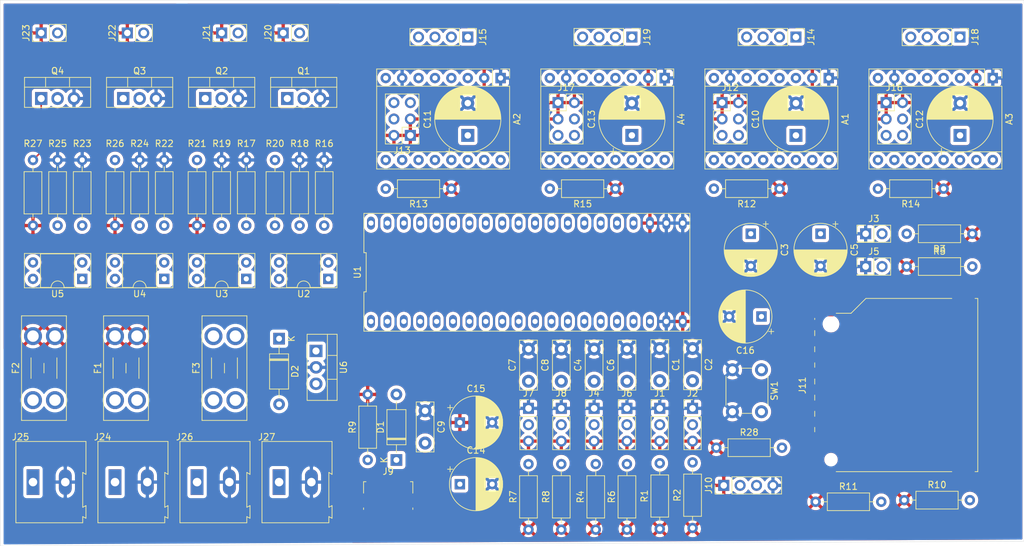
<source format=kicad_pcb>
(kicad_pcb (version 20171130) (host pcbnew 5.1.5)
  (layers (0 F.Cu jumper) (31 B.Cu signal) (35 F.Paste user) (37 F.SilkS user) (38 B.Mask user) (39 F.Mask user) (44 Edge.Cuts user))
  (net 0 "")
  (net 1 /Z_DIR)
  (net 2 VMOT)
  (net 3 /Z_STEP)
  (net 4 GND)
  (net 5 "Net-(A1-Pad13)")
  (net 6 "Net-(A1-Pad6)")
  (net 7 "Net-(A1-Pad5)")
  (net 8 "Net-(A1-Pad12)")
  (net 9 "Net-(A1-Pad4)")
  (net 10 "Net-(A1-Pad11)")
  (net 11 "Net-(A1-Pad3)")
  (net 12 "Net-(A1-Pad10)")
  (net 13 +3V3)
  (net 14 /Z_EN)
  (net 15 /X_DIR)
  (net 16 /X_STEP)
  (net 17 "Net-(A2-Pad13)")
  (net 18 "Net-(A2-Pad6)")
  (net 19 "Net-(A2-Pad5)")
  (net 20 "Net-(A2-Pad12)")
  (net 21 "Net-(A2-Pad4)")
  (net 22 "Net-(A2-Pad11)")
  (net 23 "Net-(A2-Pad3)")
  (net 24 "Net-(A2-Pad10)")
  (net 25 /X_EN)
  (net 26 /EXTR0_DIR)
  (net 27 /EXTR0_STEP)
  (net 28 "Net-(A3-Pad13)")
  (net 29 "Net-(A3-Pad6)")
  (net 30 "Net-(A3-Pad5)")
  (net 31 "Net-(A3-Pad12)")
  (net 32 "Net-(A3-Pad4)")
  (net 33 "Net-(A3-Pad11)")
  (net 34 "Net-(A3-Pad3)")
  (net 35 "Net-(A3-Pad10)")
  (net 36 /EXTR0_EN)
  (net 37 /Y_DIR)
  (net 38 /Y_STEP)
  (net 39 "Net-(A4-Pad13)")
  (net 40 "Net-(A4-Pad6)")
  (net 41 "Net-(A4-Pad5)")
  (net 42 "Net-(A4-Pad12)")
  (net 43 "Net-(A4-Pad4)")
  (net 44 "Net-(A4-Pad11)")
  (net 45 "Net-(A4-Pad3)")
  (net 46 "Net-(A4-Pad10)")
  (net 47 /Y_EN)
  (net 48 /X_MIN)
  (net 49 /X_MAX)
  (net 50 /THRM0)
  (net 51 /Y_MIN)
  (net 52 /THRM1)
  (net 53 /Y_MAX)
  (net 54 /Z_MIN)
  (net 55 /Z_MAX)
  (net 56 "Net-(C9-Pad2)")
  (net 57 VIN)
  (net 58 /~RST)
  (net 59 "Net-(D1-Pad2)")
  (net 60 "Net-(D2-Pad2)")
  (net 61 VFAN)
  (net 62 "Net-(F1-Pad1)")
  (net 63 VHEAT)
  (net 64 "Net-(F2-Pad1)")
  (net 65 "Net-(F3-Pad1)")
  (net 66 "Net-(J9-Pad4)")
  (net 67 /USB+)
  (net 68 /USB-)
  (net 69 /I2C_SDA)
  (net 70 /I2C_SCL)
  (net 71 "Net-(J11-Pad12)")
  (net 72 "Net-(J11-Pad11)")
  (net 73 "Net-(J11-Pad10)")
  (net 74 "Net-(J11-Pad9)")
  (net 75 "Net-(J11-Pad8)")
  (net 76 /SPI_MISO)
  (net 77 /SPI_SCK)
  (net 78 /SPI_MOSI)
  (net 79 /SPI_NSS0)
  (net 80 "Net-(J20-Pad2)")
  (net 81 "Net-(J21-Pad2)")
  (net 82 "Net-(J22-Pad2)")
  (net 83 "Net-(J23-Pad2)")
  (net 84 "Net-(Q1-Pad1)")
  (net 85 "Net-(Q2-Pad1)")
  (net 86 "Net-(Q3-Pad1)")
  (net 87 "Net-(Q4-Pad1)")
  (net 88 "Net-(R16-Pad1)")
  (net 89 "Net-(R17-Pad1)")
  (net 90 "Net-(R22-Pad1)")
  (net 91 "Net-(R23-Pad1)")
  (net 92 "Net-(U1-Pad18)")
  (net 93 /FAN0_PWM)
  (net 94 /FAN1_PWM)
  (net 95 /HEAT0_PWM)
  (net 96 /HEAT1_PWM)
  (net 97 "Net-(U1-Pad40)")
  (net 98 "Net-(R20-Pad1)")
  (net 99 "Net-(R21-Pad1)")
  (net 100 "Net-(R26-Pad1)")
  (net 101 "Net-(R27-Pad1)")
  (module Resistor_THT:R_Axial_DIN0207_L6.3mm_D2.5mm_P10.16mm_Horizontal (layer F.Cu) (at 179.578 122.682 90)
    (fp_text reference R8 (at 5.08 -2.37 90) (layer F.SilkS))
    (fp_text value 10k)
    (pad 2 thru_hole oval (at 10.16 0 90) (size 1.6 1.6) (drill 0.8) (layers *.Cu *.Mask) (net 55 /Z_MAX))
    (pad 1 thru_hole circle (at 0 0 90) (size 1.6 1.6) (drill 0.8) (layers *.Cu *.Mask) (net 13 +3V3))
  )
  (module Resistor_THT:R_Axial_DIN0207_L6.3mm_D2.5mm_P10.16mm_Horizontal (layer F.Cu) (at 174.498 122.682 90)
    (fp_text reference R7 (at 5.08 -2.37 90) (layer F.SilkS))
    (fp_text value 10k)
    (pad 2 thru_hole oval (at 10.16 0 90) (size 1.6 1.6) (drill 0.8) (layers *.Cu *.Mask) (net 54 /Z_MIN))
    (pad 1 thru_hole circle (at 0 0 90) (size 1.6 1.6) (drill 0.8) (layers *.Cu *.Mask) (net 13 +3V3))
  )
  (module Resistor_THT:R_Axial_DIN0207_L6.3mm_D2.5mm_P10.16mm_Horizontal (layer F.Cu) (at 189.738 122.682 90)
    (fp_text reference R6 (at 5.08 -2.37 90) (layer F.SilkS))
    (fp_text value 10k)
    (pad 2 thru_hole oval (at 10.16 0 90) (size 1.6 1.6) (drill 0.8) (layers *.Cu *.Mask) (net 53 /Y_MAX))
    (pad 1 thru_hole circle (at 0 0 90) (size 1.6 1.6) (drill 0.8) (layers *.Cu *.Mask) (net 13 +3V3))
  )
  (module Resistor_THT:R_Axial_DIN0207_L6.3mm_D2.5mm_P10.16mm_Horizontal (layer F.Cu) (at 184.912 122.682 90)
    (fp_text reference R4 (at 5.08 -2.37 90) (layer F.SilkS))
    (fp_text value 10k)
    (pad 2 thru_hole oval (at 10.16 0 90) (size 1.6 1.6) (drill 0.8) (layers *.Cu *.Mask) (net 51 /Y_MIN))
    (pad 1 thru_hole circle (at 0 0 90) (size 1.6 1.6) (drill 0.8) (layers *.Cu *.Mask) (net 13 +3V3))
  )
  (module Resistor_THT:R_Axial_DIN0207_L6.3mm_D2.5mm_P10.16mm_Horizontal (layer F.Cu) (at 199.898 122.428 90)
    (fp_text reference R2 (at 5.08 -2.37 90) (layer F.SilkS))
    (fp_text value 10k)
    (pad 2 thru_hole oval (at 10.16 0 90) (size 1.6 1.6) (drill 0.8) (layers *.Cu *.Mask) (net 49 /X_MAX))
    (pad 1 thru_hole circle (at 0 0 90) (size 1.6 1.6) (drill 0.8) (layers *.Cu *.Mask) (net 13 +3V3))
  )
  (module TerminalBlock:TerminalBlock_Altech_AK300-2_P5.00mm (layer F.Cu) (at 135.89 115.316)
    (fp_text reference J27 (at -1.92 -6.99) (layer F.SilkS))
    (fp_text value VIN)
    (pad 2 thru_hole oval (at 5 0) (size 1.98 3.96) (drill 1.32) (layers *.Cu *.Mask) (net 4 GND))
    (pad 1 thru_hole rect (at 0 0) (size 1.98 3.96) (drill 1.32) (layers *.Cu *.Mask) (net 60 "Net-(D2-Pad2)"))
  )
  (module Resistor_THT:R_Axial_DIN0207_L6.3mm_D2.5mm_P10.16mm_Horizontal (layer F.Cu) (at 194.818 122.555 90)
    (fp_text reference R1 (at 5.08 -2.37 90) (layer F.SilkS))
    (fp_text value 10k)
    (pad 2 thru_hole oval (at 10.16 0 90) (size 1.6 1.6) (drill 0.8) (layers *.Cu *.Mask) (net 48 /X_MIN))
    (pad 1 thru_hole circle (at 0 0 90) (size 1.6 1.6) (drill 0.8) (layers *.Cu *.Mask) (net 13 +3V3))
  )
  (module Package_TO_SOT_THT:TO-220-3_Vertical (layer F.Cu) (at 141.605 94.996 270)
    (fp_text reference U6 (at 2.54 -4.27 90) (layer F.SilkS))
    (fp_text value MC33269T-3.3G)
    (pad 1 thru_hole rect (at 0 0 270) (size 1.905 2) (drill 1.1) (layers *.Cu *.Mask) (net 57 VIN))
    (pad 2 thru_hole oval (at 2.54 0 270) (size 1.905 2) (drill 1.1) (layers *.Cu *.Mask) (net 4 GND))
    (pad 3 thru_hole oval (at 5.08 0 270) (size 1.905 2) (drill 1.1) (layers *.Cu *.Mask) (net 13 +3V3))
  )
  (module Package_DIP:DIP-4_W7.62mm_Socket (layer F.Cu) (at 105.41 83.82 180)
    (fp_text reference U5 (at 3.81 -2.33) (layer F.SilkS))
    (fp_text value TPC817B_C9G)
    (pad 4 thru_hole oval (at 7.62 0 180) (size 1.6 1.6) (drill 0.8) (layers *.Cu *.Mask) (net 101 "Net-(R27-Pad1)"))
    (pad 2 thru_hole oval (at 0 2.54 180) (size 1.6 1.6) (drill 0.8) (layers *.Cu *.Mask) (net 91 "Net-(R23-Pad1)"))
    (pad 3 thru_hole oval (at 7.62 2.54 180) (size 1.6 1.6) (drill 0.8) (layers *.Cu *.Mask) (net 87 "Net-(Q4-Pad1)"))
    (pad 1 thru_hole rect (at 0 0 180) (size 1.6 1.6) (drill 0.8) (layers *.Cu *.Mask) (net 95 /HEAT0_PWM))
  )
  (module Package_DIP:DIP-4_W7.62mm_Socket (layer F.Cu) (at 118.11 83.82 180)
    (fp_text reference U4 (at 3.81 -2.33) (layer F.SilkS))
    (fp_text value TPC817B_C9G)
    (pad 1 thru_hole rect (at 0 0 180) (size 1.6 1.6) (drill 0.8) (layers *.Cu *.Mask) (net 96 /HEAT1_PWM))
    (pad 3 thru_hole oval (at 7.62 2.54 180) (size 1.6 1.6) (drill 0.8) (layers *.Cu *.Mask) (net 86 "Net-(Q3-Pad1)"))
    (pad 2 thru_hole oval (at 0 2.54 180) (size 1.6 1.6) (drill 0.8) (layers *.Cu *.Mask) (net 90 "Net-(R22-Pad1)"))
    (pad 4 thru_hole oval (at 7.62 0 180) (size 1.6 1.6) (drill 0.8) (layers *.Cu *.Mask) (net 100 "Net-(R26-Pad1)"))
  )
  (module Package_DIP:DIP-4_W7.62mm_Socket (layer F.Cu) (at 130.81 83.82 180)
    (fp_text reference U3 (at 3.81 -2.33) (layer F.SilkS))
    (fp_text value TPC817B_C9G)
    (pad 1 thru_hole rect (at 0 0 180) (size 1.6 1.6) (drill 0.8) (layers *.Cu *.Mask) (net 93 /FAN0_PWM))
    (pad 3 thru_hole oval (at 7.62 2.54 180) (size 1.6 1.6) (drill 0.8) (layers *.Cu *.Mask) (net 85 "Net-(Q2-Pad1)"))
    (pad 2 thru_hole oval (at 0 2.54 180) (size 1.6 1.6) (drill 0.8) (layers *.Cu *.Mask) (net 89 "Net-(R17-Pad1)"))
    (pad 4 thru_hole oval (at 7.62 0 180) (size 1.6 1.6) (drill 0.8) (layers *.Cu *.Mask) (net 99 "Net-(R21-Pad1)"))
  )
  (module Package_DIP:DIP-4_W7.62mm_Socket (layer F.Cu) (at 143.51 83.82 180)
    (fp_text reference U2 (at 3.81 -2.33) (layer F.SilkS))
    (fp_text value TPC817B_C9G)
    (pad 4 thru_hole oval (at 7.62 0 180) (size 1.6 1.6) (drill 0.8) (layers *.Cu *.Mask) (net 98 "Net-(R20-Pad1)"))
    (pad 2 thru_hole oval (at 0 2.54 180) (size 1.6 1.6) (drill 0.8) (layers *.Cu *.Mask) (net 88 "Net-(R16-Pad1)"))
    (pad 3 thru_hole oval (at 7.62 2.54 180) (size 1.6 1.6) (drill 0.8) (layers *.Cu *.Mask) (net 84 "Net-(Q1-Pad1)"))
    (pad 1 thru_hole rect (at 0 0 180) (size 1.6 1.6) (drill 0.8) (layers *.Cu *.Mask) (net 94 /FAN1_PWM))
  )
  (module 3d-printer-controller:DIP-40_600_ELL (layer F.Cu) (at 174.244 82.804)
    (fp_text reference U1 (at -26.23 0 90) (layer F.SilkS))
    (fp_text value blue_pill)
    (pad 40 thru_hole oval (at -24.13 -7.62) (size 1.2 2) (drill 0.8) (layers *.Cu *.Mask) (net 97 "Net-(U1-Pad40)"))
    (pad 1 thru_hole oval (at -24.13 7.62) (size 1.2 2) (drill 0.8) (layers *.Cu *.Mask) (net 16 /X_STEP))
    (pad 39 thru_hole oval (at -21.59 -7.62) (size 1.2 2) (drill 0.8) (layers *.Cu *.Mask) (net 55 /Z_MAX))
    (pad 2 thru_hole oval (at -21.59 7.62) (size 1.2 2) (drill 0.8) (layers *.Cu *.Mask) (net 15 /X_DIR))
    (pad 38 thru_hole oval (at -19.05 -7.62) (size 1.2 2) (drill 0.8) (layers *.Cu *.Mask) (net 53 /Y_MAX))
    (pad 3 thru_hole oval (at -19.05 7.62) (size 1.2 2) (drill 0.8) (layers *.Cu *.Mask) (net 25 /X_EN))
    (pad 37 thru_hole oval (at -16.51 -7.62) (size 1.2 2) (drill 0.8) (layers *.Cu *.Mask) (net 51 /Y_MIN))
    (pad 4 thru_hole oval (at -16.51 7.62) (size 1.2 2) (drill 0.8) (layers *.Cu *.Mask) (net 38 /Y_STEP))
    (pad 36 thru_hole oval (at -13.97 -7.62) (size 1.2 2) (drill 0.8) (layers *.Cu *.Mask) (net 96 /HEAT1_PWM))
    (pad 5 thru_hole oval (at -13.97 7.62) (size 1.2 2) (drill 0.8) (layers *.Cu *.Mask) (net 37 /Y_DIR))
    (pad 35 thru_hole oval (at -11.43 -7.62) (size 1.2 2) (drill 0.8) (layers *.Cu *.Mask) (net 95 /HEAT0_PWM))
    (pad 6 thru_hole oval (at -11.43 7.62) (size 1.2 2) (drill 0.8) (layers *.Cu *.Mask) (net 47 /Y_EN))
    (pad 34 thru_hole oval (at -8.89 -7.62) (size 1.2 2) (drill 0.8) (layers *.Cu *.Mask) (net 94 /FAN1_PWM))
    (pad 7 thru_hole oval (at -8.89 7.62) (size 1.2 2) (drill 0.8) (layers *.Cu *.Mask) (net 54 /Z_MIN))
    (pad 33 thru_hole oval (at -6.35 -7.62) (size 1.2 2) (drill 0.8) (layers *.Cu *.Mask) (net 93 /FAN0_PWM))
    (pad 8 thru_hole oval (at -6.35 7.62) (size 1.2 2) (drill 0.8) (layers *.Cu *.Mask) (net 67 /USB+))
    (pad 32 thru_hole oval (at -3.81 -7.62) (size 1.2 2) (drill 0.8) (layers *.Cu *.Mask) (net 79 /SPI_NSS0))
    (pad 9 thru_hole oval (at -3.81 7.62) (size 1.2 2) (drill 0.8) (layers *.Cu *.Mask) (net 68 /USB-))
    (pad 31 thru_hole oval (at -1.27 -7.62) (size 1.2 2) (drill 0.8) (layers *.Cu *.Mask) (net 77 /SPI_SCK))
    (pad 10 thru_hole oval (at -1.27 7.62) (size 1.2 2) (drill 0.8) (layers *.Cu *.Mask) (net 3 /Z_STEP))
    (pad 30 thru_hole oval (at 1.27 -7.62) (size 1.2 2) (drill 0.8) (layers *.Cu *.Mask) (net 76 /SPI_MISO))
    (pad 11 thru_hole oval (at 1.27 7.62) (size 1.2 2) (drill 0.8) (layers *.Cu *.Mask) (net 1 /Z_DIR))
    (pad 29 thru_hole oval (at 3.81 -7.62) (size 1.2 2) (drill 0.8) (layers *.Cu *.Mask) (net 78 /SPI_MOSI))
    (pad 12 thru_hole oval (at 3.81 7.62) (size 1.2 2) (drill 0.8) (layers *.Cu *.Mask) (net 14 /Z_EN))
    (pad 28 thru_hole oval (at 6.35 -7.62) (size 1.2 2) (drill 0.8) (layers *.Cu *.Mask) (net 52 /THRM1))
    (pad 13 thru_hole oval (at 6.35 7.62) (size 1.2 2) (drill 0.8) (layers *.Cu *.Mask) (net 27 /EXTR0_STEP))
    (pad 27 thru_hole oval (at 8.89 -7.62) (size 1.2 2) (drill 0.8) (layers *.Cu *.Mask) (net 50 /THRM0))
    (pad 14 thru_hole oval (at 8.89 7.62) (size 1.2 2) (drill 0.8) (layers *.Cu *.Mask) (net 26 /EXTR0_DIR))
    (pad 26 thru_hole oval (at 11.43 -7.62) (size 1.2 2) (drill 0.8) (layers *.Cu *.Mask) (net 49 /X_MAX))
    (pad 15 thru_hole oval (at 11.43 7.62) (size 1.2 2) (drill 0.8) (layers *.Cu *.Mask) (net 36 /EXTR0_EN))
    (pad 25 thru_hole oval (at 13.97 -7.62) (size 1.2 2) (drill 0.8) (layers *.Cu *.Mask) (net 48 /X_MIN))
    (pad 16 thru_hole oval (at 13.97 7.62) (size 1.2 2) (drill 0.8) (layers *.Cu *.Mask) (net 70 /I2C_SCL))
    (pad 24 thru_hole oval (at 16.51 -7.62) (size 1.2 2) (drill 0.8) (layers *.Cu *.Mask) (net 58 /~RST))
    (pad 17 thru_hole oval (at 16.51 7.62) (size 1.2 2) (drill 0.8) (layers *.Cu *.Mask) (net 69 /I2C_SDA))
    (pad 23 thru_hole oval (at 19.05 -7.62) (size 1.2 2) (drill 0.8) (layers *.Cu *.Mask) (net 13 +3V3))
    (pad 18 thru_hole oval (at 19.05 7.62) (size 1.2 2) (drill 0.8) (layers *.Cu *.Mask) (net 92 "Net-(U1-Pad18)"))
    (pad 22 thru_hole oval (at 21.59 -7.62) (size 1.2 2) (drill 0.8) (layers *.Cu *.Mask) (net 4 GND))
    (pad 19 thru_hole oval (at 21.59 7.62) (size 1.2 2) (drill 0.8) (layers *.Cu *.Mask) (net 4 GND))
    (pad 21 thru_hole oval (at 24.13 -7.62) (size 1.2 2) (drill 0.8) (layers *.Cu *.Mask) (net 4 GND))
    (pad 20 thru_hole oval (at 24.13 7.62) (size 1.2 2) (drill 0.8) (layers *.Cu *.Mask) (net 13 +3V3))
  )
  (module Button_Switch_THT:SW_PUSH_6mm_H5mm (layer F.Cu) (at 210.566 97.917 270)
    (fp_text reference SW1 (at 3.25 -2 90) (layer F.SilkS))
    (fp_text value SW_RST)
    (pad 2 thru_hole circle (at 0 4.5) (size 2 2) (drill 1.1) (layers *.Cu *.Mask) (net 4 GND))
    (pad 1 thru_hole circle (at 0 0) (size 2 2) (drill 1.1) (layers *.Cu *.Mask) (net 58 /~RST))
    (pad 2 thru_hole circle (at 6.5 4.5) (size 2 2) (drill 1.1) (layers *.Cu *.Mask) (net 4 GND))
    (pad 1 thru_hole circle (at 6.5 0) (size 2 2) (drill 1.1) (layers *.Cu *.Mask) (net 58 /~RST))
  )
  (module Resistor_THT:R_Axial_DIN0207_L6.3mm_D2.5mm_P10.16mm_Horizontal (layer F.Cu) (at 203.581 109.982)
    (fp_text reference R28 (at 5.08 -2.37) (layer F.SilkS))
    (fp_text value 10k)
    (pad 1 thru_hole circle (at 0 0) (size 1.6 1.6) (drill 0.8) (layers *.Cu *.Mask) (net 13 +3V3))
    (pad 2 thru_hole oval (at 10.16 0) (size 1.6 1.6) (drill 0.8) (layers *.Cu *.Mask) (net 58 /~RST))
  )
  (module Resistor_THT:R_Axial_DIN0207_L6.3mm_D2.5mm_P10.16mm_Horizontal (layer F.Cu) (at 97.79 65.405 270)
    (fp_text reference R27 (at -2.54 0 180) (layer F.SilkS))
    (fp_text value 270)
    (pad 1 thru_hole circle (at 0 0 270) (size 1.6 1.6) (drill 0.8) (layers *.Cu *.Mask) (net 101 "Net-(R27-Pad1)"))
    (pad 2 thru_hole oval (at 10.16 0 270) (size 1.6 1.6) (drill 0.8) (layers *.Cu *.Mask) (net 63 VHEAT))
  )
  (module Resistor_THT:R_Axial_DIN0207_L6.3mm_D2.5mm_P10.16mm_Horizontal (layer F.Cu) (at 110.49 65.405 270)
    (fp_text reference R26 (at -2.54 0 180) (layer F.SilkS))
    (fp_text value 270)
    (pad 1 thru_hole circle (at 0 0 270) (size 1.6 1.6) (drill 0.8) (layers *.Cu *.Mask) (net 100 "Net-(R26-Pad1)"))
    (pad 2 thru_hole oval (at 10.16 0 270) (size 1.6 1.6) (drill 0.8) (layers *.Cu *.Mask) (net 63 VHEAT))
  )
  (module Resistor_THT:R_Axial_DIN0207_L6.3mm_D2.5mm_P10.16mm_Horizontal (layer F.Cu) (at 101.6 75.565 90)
    (fp_text reference R25 (at 12.7 0 180) (layer F.SilkS))
    (fp_text value 1k)
    (pad 1 thru_hole circle (at 0 0 90) (size 1.6 1.6) (drill 0.8) (layers *.Cu *.Mask) (net 87 "Net-(Q4-Pad1)"))
    (pad 2 thru_hole oval (at 10.16 0 90) (size 1.6 1.6) (drill 0.8) (layers *.Cu *.Mask) (net 4 GND))
  )
  (module Resistor_THT:R_Axial_DIN0207_L6.3mm_D2.5mm_P10.16mm_Horizontal (layer F.Cu) (at 114.3 75.565 90)
    (fp_text reference R24 (at 12.7 0 180) (layer F.SilkS))
    (fp_text value 1k)
    (pad 1 thru_hole circle (at 0 0 90) (size 1.6 1.6) (drill 0.8) (layers *.Cu *.Mask) (net 86 "Net-(Q3-Pad1)"))
    (pad 2 thru_hole oval (at 10.16 0 90) (size 1.6 1.6) (drill 0.8) (layers *.Cu *.Mask) (net 4 GND))
  )
  (module Resistor_THT:R_Axial_DIN0207_L6.3mm_D2.5mm_P10.16mm_Horizontal (layer F.Cu) (at 105.41 75.565 90)
    (fp_text reference R23 (at 12.7 0 180) (layer F.SilkS))
    (fp_text value 560)
    (pad 1 thru_hole circle (at 0 0 90) (size 1.6 1.6) (drill 0.8) (layers *.Cu *.Mask) (net 91 "Net-(R23-Pad1)"))
    (pad 2 thru_hole oval (at 10.16 0 90) (size 1.6 1.6) (drill 0.8) (layers *.Cu *.Mask) (net 4 GND))
  )
  (module Resistor_THT:R_Axial_DIN0207_L6.3mm_D2.5mm_P10.16mm_Horizontal (layer F.Cu) (at 118.11 75.565 90)
    (fp_text reference R22 (at 12.7 0 180) (layer F.SilkS))
    (fp_text value 1k)
    (pad 1 thru_hole circle (at 0 0 90) (size 1.6 1.6) (drill 0.8) (layers *.Cu *.Mask) (net 90 "Net-(R22-Pad1)"))
    (pad 2 thru_hole oval (at 10.16 0 90) (size 1.6 1.6) (drill 0.8) (layers *.Cu *.Mask) (net 4 GND))
  )
  (module Resistor_THT:R_Axial_DIN0207_L6.3mm_D2.5mm_P10.16mm_Horizontal (layer F.Cu) (at 123.19 65.405 270)
    (fp_text reference R21 (at -2.54 0 180) (layer F.SilkS))
    (fp_text value 270)
    (pad 1 thru_hole circle (at 0 0 270) (size 1.6 1.6) (drill 0.8) (layers *.Cu *.Mask) (net 99 "Net-(R21-Pad1)"))
    (pad 2 thru_hole oval (at 10.16 0 270) (size 1.6 1.6) (drill 0.8) (layers *.Cu *.Mask) (net 61 VFAN))
  )
  (module Resistor_THT:R_Axial_DIN0207_L6.3mm_D2.5mm_P10.16mm_Horizontal (layer F.Cu) (at 135.255 65.405 270)
    (fp_text reference R20 (at -2.54 0 180) (layer F.SilkS))
    (fp_text value 270)
    (pad 1 thru_hole circle (at 0 0 270) (size 1.6 1.6) (drill 0.8) (layers *.Cu *.Mask) (net 98 "Net-(R20-Pad1)"))
    (pad 2 thru_hole oval (at 10.16 0 270) (size 1.6 1.6) (drill 0.8) (layers *.Cu *.Mask) (net 63 VHEAT))
  )
  (module Resistor_THT:R_Axial_DIN0207_L6.3mm_D2.5mm_P10.16mm_Horizontal (layer F.Cu) (at 127 75.565 90)
    (fp_text reference R19 (at 12.7 0 180) (layer F.SilkS))
    (fp_text value 1k)
    (pad 1 thru_hole circle (at 0 0 90) (size 1.6 1.6) (drill 0.8) (layers *.Cu *.Mask) (net 85 "Net-(Q2-Pad1)"))
    (pad 2 thru_hole oval (at 10.16 0 90) (size 1.6 1.6) (drill 0.8) (layers *.Cu *.Mask) (net 4 GND))
  )
  (module Resistor_THT:R_Axial_DIN0207_L6.3mm_D2.5mm_P10.16mm_Horizontal (layer F.Cu) (at 139.065 75.565 90)
    (fp_text reference R18 (at 12.7 0 180) (layer F.SilkS))
    (fp_text value 1k)
    (pad 1 thru_hole circle (at 0 0 90) (size 1.6 1.6) (drill 0.8) (layers *.Cu *.Mask) (net 84 "Net-(Q1-Pad1)"))
    (pad 2 thru_hole oval (at 10.16 0 90) (size 1.6 1.6) (drill 0.8) (layers *.Cu *.Mask) (net 4 GND))
  )
  (module Resistor_THT:R_Axial_DIN0207_L6.3mm_D2.5mm_P10.16mm_Horizontal (layer F.Cu) (at 130.81 75.565 90)
    (fp_text reference R17 (at 12.7 0 180) (layer F.SilkS))
    (fp_text value 560)
    (pad 1 thru_hole circle (at 0 0 90) (size 1.6 1.6) (drill 0.8) (layers *.Cu *.Mask) (net 89 "Net-(R17-Pad1)"))
    (pad 2 thru_hole oval (at 10.16 0 90) (size 1.6 1.6) (drill 0.8) (layers *.Cu *.Mask) (net 4 GND))
  )
  (module Resistor_THT:R_Axial_DIN0207_L6.3mm_D2.5mm_P10.16mm_Horizontal (layer F.Cu) (at 142.875 75.565 90)
    (fp_text reference R16 (at 12.7 0 180) (layer F.SilkS))
    (fp_text value 560)
    (pad 1 thru_hole circle (at 0 0 90) (size 1.6 1.6) (drill 0.8) (layers *.Cu *.Mask) (net 88 "Net-(R16-Pad1)"))
    (pad 2 thru_hole oval (at 10.16 0 90) (size 1.6 1.6) (drill 0.8) (layers *.Cu *.Mask) (net 4 GND))
  )
  (module Resistor_THT:R_Axial_DIN0207_L6.3mm_D2.5mm_P10.16mm_Horizontal (layer F.Cu) (at 187.96 69.85 180)
    (fp_text reference R15 (at 5.08 -2.37) (layer F.SilkS))
    (fp_text value 10k)
    (pad 1 thru_hole circle (at 0 0 180) (size 1.6 1.6) (drill 0.8) (layers *.Cu *.Mask) (net 13 +3V3))
    (pad 2 thru_hole oval (at 10.16 0 180) (size 1.6 1.6) (drill 0.8) (layers *.Cu *.Mask) (net 47 /Y_EN))
  )
  (module Resistor_THT:R_Axial_DIN0207_L6.3mm_D2.5mm_P10.16mm_Horizontal (layer F.Cu) (at 238.76 69.85 180)
    (fp_text reference R14 (at 5.08 -2.37) (layer F.SilkS))
    (fp_text value 10k)
    (pad 1 thru_hole circle (at 0 0 180) (size 1.6 1.6) (drill 0.8) (layers *.Cu *.Mask) (net 13 +3V3))
    (pad 2 thru_hole oval (at 10.16 0 180) (size 1.6 1.6) (drill 0.8) (layers *.Cu *.Mask) (net 36 /EXTR0_EN))
  )
  (module Resistor_THT:R_Axial_DIN0207_L6.3mm_D2.5mm_P10.16mm_Horizontal (layer F.Cu) (at 162.56 69.85 180)
    (fp_text reference R13 (at 5.08 -2.37) (layer F.SilkS))
    (fp_text value 10k)
    (pad 1 thru_hole circle (at 0 0 180) (size 1.6 1.6) (drill 0.8) (layers *.Cu *.Mask) (net 13 +3V3))
    (pad 2 thru_hole oval (at 10.16 0 180) (size 1.6 1.6) (drill 0.8) (layers *.Cu *.Mask) (net 25 /X_EN))
  )
  (module Resistor_THT:R_Axial_DIN0207_L6.3mm_D2.5mm_P10.16mm_Horizontal (layer F.Cu) (at 213.36 69.85 180)
    (fp_text reference R12 (at 5.08 -2.37) (layer F.SilkS))
    (fp_text value 10k)
    (pad 1 thru_hole circle (at 0 0 180) (size 1.6 1.6) (drill 0.8) (layers *.Cu *.Mask) (net 13 +3V3))
    (pad 2 thru_hole oval (at 10.16 0 180) (size 1.6 1.6) (drill 0.8) (layers *.Cu *.Mask) (net 14 /Z_EN))
  )
  (module Resistor_THT:R_Axial_DIN0207_L6.3mm_D2.5mm_P10.16mm_Horizontal (layer F.Cu) (at 218.948 118.364)
    (fp_text reference R11 (at 5.08 -2.37) (layer F.SilkS))
    (fp_text value 4.7k)
    (pad 1 thru_hole circle (at 0 0) (size 1.6 1.6) (drill 0.8) (layers *.Cu *.Mask) (net 13 +3V3))
    (pad 2 thru_hole oval (at 10.16 0) (size 1.6 1.6) (drill 0.8) (layers *.Cu *.Mask) (net 70 /I2C_SCL))
  )
  (module Resistor_THT:R_Axial_DIN0207_L6.3mm_D2.5mm_P10.16mm_Horizontal (layer F.Cu) (at 232.664 118.11)
    (fp_text reference R10 (at 5.08 -2.37) (layer F.SilkS))
    (fp_text value 4.7k)
    (pad 1 thru_hole circle (at 0 0) (size 1.6 1.6) (drill 0.8) (layers *.Cu *.Mask) (net 13 +3V3))
    (pad 2 thru_hole oval (at 10.16 0) (size 1.6 1.6) (drill 0.8) (layers *.Cu *.Mask) (net 69 /I2C_SDA))
  )
  (module Resistor_THT:R_Axial_DIN0207_L6.3mm_D2.5mm_P10.16mm_Horizontal (layer F.Cu) (at 149.606 111.887 90)
    (fp_text reference R9 (at 5.08 -2.37 90) (layer F.SilkS))
    (fp_text value 1.5k)
    (pad 1 thru_hole circle (at 0 0 90) (size 1.6 1.6) (drill 0.8) (layers *.Cu *.Mask) (net 67 /USB+))
    (pad 2 thru_hole oval (at 10.16 0 90) (size 1.6 1.6) (drill 0.8) (layers *.Cu *.Mask) (net 13 +3V3))
  )
  (module Resistor_THT:R_Axial_DIN0207_L6.3mm_D2.5mm_P10.16mm_Horizontal (layer F.Cu) (at 233.045 81.915)
    (fp_text reference R5 (at 5.08 -2.37) (layer F.SilkS))
    (fp_text value 4.7k)
    (pad 1 thru_hole circle (at 0 0) (size 1.6 1.6) (drill 0.8) (layers *.Cu *.Mask) (net 13 +3V3))
    (pad 2 thru_hole oval (at 10.16 0) (size 1.6 1.6) (drill 0.8) (layers *.Cu *.Mask) (net 52 /THRM1))
  )
  (module Resistor_THT:R_Axial_DIN0207_L6.3mm_D2.5mm_P10.16mm_Horizontal (layer F.Cu) (at 243.205 76.835 180)
    (fp_text reference R3 (at 5.08 -2.37) (layer F.SilkS))
    (fp_text value 4.7k)
    (pad 1 thru_hole circle (at 0 0 180) (size 1.6 1.6) (drill 0.8) (layers *.Cu *.Mask) (net 13 +3V3))
    (pad 2 thru_hole oval (at 10.16 0 180) (size 1.6 1.6) (drill 0.8) (layers *.Cu *.Mask) (net 50 /THRM0))
  )
  (module Package_TO_SOT_THT:TO-220-3_Vertical (layer F.Cu) (at 99.06 55.88)
    (fp_text reference Q4 (at 2.54 -4.27) (layer F.SilkS))
    (fp_text value IRFB7546PBF)
    (pad 1 thru_hole rect (at 0 0) (size 1.905 2) (drill 1.1) (layers *.Cu *.Mask) (net 87 "Net-(Q4-Pad1)"))
    (pad 2 thru_hole oval (at 2.54 0) (size 1.905 2) (drill 1.1) (layers *.Cu *.Mask) (net 83 "Net-(J23-Pad2)"))
    (pad 3 thru_hole oval (at 5.08 0) (size 1.905 2) (drill 1.1) (layers *.Cu *.Mask) (net 4 GND))
  )
  (module Package_TO_SOT_THT:TO-220-3_Vertical (layer F.Cu) (at 111.76 55.88)
    (fp_text reference Q3 (at 2.54 -4.27) (layer F.SilkS))
    (fp_text value IRFB7546PBF)
    (pad 1 thru_hole rect (at 0 0) (size 1.905 2) (drill 1.1) (layers *.Cu *.Mask) (net 86 "Net-(Q3-Pad1)"))
    (pad 2 thru_hole oval (at 2.54 0) (size 1.905 2) (drill 1.1) (layers *.Cu *.Mask) (net 82 "Net-(J22-Pad2)"))
    (pad 3 thru_hole oval (at 5.08 0) (size 1.905 2) (drill 1.1) (layers *.Cu *.Mask) (net 4 GND))
  )
  (module Package_TO_SOT_THT:TO-220-3_Vertical (layer F.Cu) (at 124.46 55.88)
    (fp_text reference Q2 (at 2.54 -4.27) (layer F.SilkS))
    (fp_text value IRFB7546PBF)
    (pad 1 thru_hole rect (at 0 0) (size 1.905 2) (drill 1.1) (layers *.Cu *.Mask) (net 85 "Net-(Q2-Pad1)"))
    (pad 2 thru_hole oval (at 2.54 0) (size 1.905 2) (drill 1.1) (layers *.Cu *.Mask) (net 81 "Net-(J21-Pad2)"))
    (pad 3 thru_hole oval (at 5.08 0) (size 1.905 2) (drill 1.1) (layers *.Cu *.Mask) (net 4 GND))
  )
  (module Package_TO_SOT_THT:TO-220-3_Vertical (layer F.Cu) (at 137.16 55.88)
    (fp_text reference Q1 (at 2.54 -4.27) (layer F.SilkS))
    (fp_text value IRFB7546PBF)
    (pad 1 thru_hole rect (at 0 0) (size 1.905 2) (drill 1.1) (layers *.Cu *.Mask) (net 84 "Net-(Q1-Pad1)"))
    (pad 2 thru_hole oval (at 2.54 0) (size 1.905 2) (drill 1.1) (layers *.Cu *.Mask) (net 80 "Net-(J20-Pad2)"))
    (pad 3 thru_hole oval (at 5.08 0) (size 1.905 2) (drill 1.1) (layers *.Cu *.Mask) (net 4 GND))
  )
  (module TerminalBlock:TerminalBlock_Altech_AK300-2_P5.00mm (layer F.Cu) (at 123.19 115.316)
    (fp_text reference J26 (at -1.92 -6.99) (layer F.SilkS))
    (fp_text value MOT_PWR)
    (pad 1 thru_hole rect (at 0 0) (size 1.98 3.96) (drill 1.32) (layers *.Cu *.Mask) (net 65 "Net-(F3-Pad1)"))
    (pad 2 thru_hole oval (at 5 0) (size 1.98 3.96) (drill 1.32) (layers *.Cu *.Mask) (net 4 GND))
  )
  (module TerminalBlock:TerminalBlock_Altech_AK300-2_P5.00mm (layer F.Cu) (at 97.79 115.316)
    (fp_text reference J25 (at -1.92 -6.99) (layer F.SilkS))
    (fp_text value HEAT_PWR)
    (pad 1 thru_hole rect (at 0 0) (size 1.98 3.96) (drill 1.32) (layers *.Cu *.Mask) (net 64 "Net-(F2-Pad1)"))
    (pad 2 thru_hole oval (at 5 0) (size 1.98 3.96) (drill 1.32) (layers *.Cu *.Mask) (net 4 GND))
  )
  (module TerminalBlock:TerminalBlock_Altech_AK300-2_P5.00mm (layer F.Cu) (at 110.49 115.316)
    (fp_text reference J24 (at -1.92 -6.99) (layer F.SilkS))
    (fp_text value FAN_PWR)
    (pad 1 thru_hole rect (at 0 0) (size 1.98 3.96) (drill 1.32) (layers *.Cu *.Mask) (net 62 "Net-(F1-Pad1)"))
    (pad 2 thru_hole oval (at 5 0) (size 1.98 3.96) (drill 1.32) (layers *.Cu *.Mask) (net 4 GND))
  )
  (module Connector_PinHeader_2.54mm:PinHeader_1x02_P2.54mm_Vertical (layer F.Cu) (at 99.06 45.72 90)
    (fp_text reference J23 (at 0 -2.33 90) (layer F.SilkS))
    (fp_text value HEAT0)
    (pad 1 thru_hole rect (at 0 0 90) (size 1.7 1.7) (drill 1) (layers *.Cu *.Mask) (net 63 VHEAT))
    (pad 2 thru_hole oval (at 0 2.54 90) (size 1.7 1.7) (drill 1) (layers *.Cu *.Mask) (net 83 "Net-(J23-Pad2)"))
  )
  (module Connector_PinHeader_2.54mm:PinHeader_1x02_P2.54mm_Vertical (layer F.Cu) (at 112.395 45.72 90)
    (fp_text reference J22 (at 0 -2.33 90) (layer F.SilkS))
    (fp_text value HEAT1)
    (pad 1 thru_hole rect (at 0 0 90) (size 1.7 1.7) (drill 1) (layers *.Cu *.Mask) (net 63 VHEAT))
    (pad 2 thru_hole oval (at 0 2.54 90) (size 1.7 1.7) (drill 1) (layers *.Cu *.Mask) (net 82 "Net-(J22-Pad2)"))
  )
  (module Connector_PinHeader_2.54mm:PinHeader_1x02_P2.54mm_Vertical (layer F.Cu) (at 127 45.72 90)
    (fp_text reference J21 (at 0 -2.33 90) (layer F.SilkS))
    (fp_text value FAN0)
    (pad 1 thru_hole rect (at 0 0 90) (size 1.7 1.7) (drill 1) (layers *.Cu *.Mask) (net 61 VFAN))
    (pad 2 thru_hole oval (at 0 2.54 90) (size 1.7 1.7) (drill 1) (layers *.Cu *.Mask) (net 81 "Net-(J21-Pad2)"))
  )
  (module Connector_PinHeader_2.54mm:PinHeader_1x02_P2.54mm_Vertical (layer F.Cu) (at 136.525 45.72 90)
    (fp_text reference J20 (at 0 -2.33 90) (layer F.SilkS))
    (fp_text value FAN1)
    (pad 1 thru_hole rect (at 0 0 90) (size 1.7 1.7) (drill 1) (layers *.Cu *.Mask) (net 61 VFAN))
    (pad 2 thru_hole oval (at 0 2.54 90) (size 1.7 1.7) (drill 1) (layers *.Cu *.Mask) (net 80 "Net-(J20-Pad2)"))
  )
  (module Connector_PinHeader_2.54mm:PinHeader_1x04_P2.54mm_Vertical (layer F.Cu) (at 190.5 46.355 270)
    (fp_text reference J19 (at 0 -2.33 90) (layer F.SilkS))
    (fp_text value Y_MOT)
    (pad 1 thru_hole rect (at 0 0 270) (size 1.7 1.7) (drill 1) (layers *.Cu *.Mask) (net 45 "Net-(A4-Pad3)"))
    (pad 2 thru_hole oval (at 0 2.54 270) (size 1.7 1.7) (drill 1) (layers *.Cu *.Mask) (net 43 "Net-(A4-Pad4)"))
    (pad 3 thru_hole oval (at 0 5.08 270) (size 1.7 1.7) (drill 1) (layers *.Cu *.Mask) (net 41 "Net-(A4-Pad5)"))
    (pad 4 thru_hole oval (at 0 7.62 270) (size 1.7 1.7) (drill 1) (layers *.Cu *.Mask) (net 40 "Net-(A4-Pad6)"))
  )
  (module Connector_PinHeader_2.54mm:PinHeader_1x04_P2.54mm_Vertical (layer F.Cu) (at 241.3 46.355 270)
    (fp_text reference J18 (at 0 -2.33 90) (layer F.SilkS))
    (fp_text value E0_MOT)
    (pad 1 thru_hole rect (at 0 0 270) (size 1.7 1.7) (drill 1) (layers *.Cu *.Mask) (net 34 "Net-(A3-Pad3)"))
    (pad 2 thru_hole oval (at 0 2.54 270) (size 1.7 1.7) (drill 1) (layers *.Cu *.Mask) (net 32 "Net-(A3-Pad4)"))
    (pad 3 thru_hole oval (at 0 5.08 270) (size 1.7 1.7) (drill 1) (layers *.Cu *.Mask) (net 30 "Net-(A3-Pad5)"))
    (pad 4 thru_hole oval (at 0 7.62 270) (size 1.7 1.7) (drill 1) (layers *.Cu *.Mask) (net 29 "Net-(A3-Pad6)"))
  )
  (module Connector_PinHeader_2.54mm:PinHeader_2x03_P2.54mm_Vertical (layer F.Cu) (at 179.07 56.515)
    (fp_text reference J17 (at 1.27 -2.33) (layer F.SilkS))
    (fp_text value Y_MOT_JMP)
    (pad 1 thru_hole rect (at 0 0) (size 1.7 1.7) (drill 1) (layers *.Cu *.Mask) (net 13 +3V3))
    (pad 2 thru_hole oval (at 2.54 0) (size 1.7 1.7) (drill 1) (layers *.Cu *.Mask) (net 13 +3V3))
    (pad 3 thru_hole oval (at 0 2.54) (size 1.7 1.7) (drill 1) (layers *.Cu *.Mask) (net 13 +3V3))
    (pad 4 thru_hole oval (at 2.54 2.54) (size 1.7 1.7) (drill 1) (layers *.Cu *.Mask) (net 46 "Net-(A4-Pad10)"))
    (pad 5 thru_hole oval (at 0 5.08) (size 1.7 1.7) (drill 1) (layers *.Cu *.Mask) (net 44 "Net-(A4-Pad11)"))
    (pad 6 thru_hole oval (at 2.54 5.08) (size 1.7 1.7) (drill 1) (layers *.Cu *.Mask) (net 42 "Net-(A4-Pad12)"))
  )
  (module Connector_PinHeader_2.54mm:PinHeader_2x03_P2.54mm_Vertical (layer F.Cu) (at 229.87 56.515)
    (fp_text reference J16 (at 1.27 -2.33) (layer F.SilkS))
    (fp_text value E0_MOT_JMP)
    (pad 1 thru_hole rect (at 0 0) (size 1.7 1.7) (drill 1) (layers *.Cu *.Mask) (net 13 +3V3))
    (pad 2 thru_hole oval (at 2.54 0) (size 1.7 1.7) (drill 1) (layers *.Cu *.Mask) (net 13 +3V3))
    (pad 3 thru_hole oval (at 0 2.54) (size 1.7 1.7) (drill 1) (layers *.Cu *.Mask) (net 13 +3V3))
    (pad 4 thru_hole oval (at 2.54 2.54) (size 1.7 1.7) (drill 1) (layers *.Cu *.Mask) (net 35 "Net-(A3-Pad10)"))
    (pad 5 thru_hole oval (at 0 5.08) (size 1.7 1.7) (drill 1) (layers *.Cu *.Mask) (net 33 "Net-(A3-Pad11)"))
    (pad 6 thru_hole oval (at 2.54 5.08) (size 1.7 1.7) (drill 1) (layers *.Cu *.Mask) (net 31 "Net-(A3-Pad12)"))
  )
  (module Connector_PinHeader_2.54mm:PinHeader_1x04_P2.54mm_Vertical (layer F.Cu) (at 165.1 46.355 270)
    (fp_text reference J15 (at 0 -2.33 90) (layer F.SilkS))
    (fp_text value X_MOT)
    (pad 1 thru_hole rect (at 0 0 270) (size 1.7 1.7) (drill 1) (layers *.Cu *.Mask) (net 23 "Net-(A2-Pad3)"))
    (pad 2 thru_hole oval (at 0 2.54 270) (size 1.7 1.7) (drill 1) (layers *.Cu *.Mask) (net 21 "Net-(A2-Pad4)"))
    (pad 3 thru_hole oval (at 0 5.08 270) (size 1.7 1.7) (drill 1) (layers *.Cu *.Mask) (net 19 "Net-(A2-Pad5)"))
    (pad 4 thru_hole oval (at 0 7.62 270) (size 1.7 1.7) (drill 1) (layers *.Cu *.Mask) (net 18 "Net-(A2-Pad6)"))
  )
  (module Connector_PinHeader_2.54mm:PinHeader_1x04_P2.54mm_Vertical (layer F.Cu) (at 215.9 46.355 270)
    (fp_text reference J14 (at 0 -2.33 90) (layer F.SilkS))
    (fp_text value Z_MOT)
    (pad 1 thru_hole rect (at 0 0 270) (size 1.7 1.7) (drill 1) (layers *.Cu *.Mask) (net 11 "Net-(A1-Pad3)"))
    (pad 2 thru_hole oval (at 0 2.54 270) (size 1.7 1.7) (drill 1) (layers *.Cu *.Mask) (net 9 "Net-(A1-Pad4)"))
    (pad 3 thru_hole oval (at 0 5.08 270) (size 1.7 1.7) (drill 1) (layers *.Cu *.Mask) (net 7 "Net-(A1-Pad5)"))
    (pad 4 thru_hole oval (at 0 7.62 270) (size 1.7 1.7) (drill 1) (layers *.Cu *.Mask) (net 6 "Net-(A1-Pad6)"))
  )
  (module Connector_PinHeader_2.54mm:PinHeader_2x03_P2.54mm_Vertical (layer F.Cu) (at 156.21 61.595 180)
    (fp_text reference J13 (at 1.27 -2.33) (layer F.SilkS))
    (fp_text value X_MOT_JMP)
    (pad 1 thru_hole rect (at 0 0 180) (size 1.7 1.7) (drill 1) (layers *.Cu *.Mask) (net 13 +3V3))
    (pad 2 thru_hole oval (at 2.54 0 180) (size 1.7 1.7) (drill 1) (layers *.Cu *.Mask) (net 13 +3V3))
    (pad 3 thru_hole oval (at 0 2.54 180) (size 1.7 1.7) (drill 1) (layers *.Cu *.Mask) (net 13 +3V3))
    (pad 4 thru_hole oval (at 2.54 2.54 180) (size 1.7 1.7) (drill 1) (layers *.Cu *.Mask) (net 24 "Net-(A2-Pad10)"))
    (pad 5 thru_hole oval (at 0 5.08 180) (size 1.7 1.7) (drill 1) (layers *.Cu *.Mask) (net 22 "Net-(A2-Pad11)"))
    (pad 6 thru_hole oval (at 2.54 5.08 180) (size 1.7 1.7) (drill 1) (layers *.Cu *.Mask) (net 20 "Net-(A2-Pad12)"))
  )
  (module Connector_PinHeader_2.54mm:PinHeader_2x03_P2.54mm_Vertical (layer F.Cu) (at 204.47 56.515)
    (fp_text reference J12 (at 1.27 -2.33) (layer F.SilkS))
    (fp_text value Z_MOT_JMP)
    (pad 1 thru_hole rect (at 0 0) (size 1.7 1.7) (drill 1) (layers *.Cu *.Mask) (net 13 +3V3))
    (pad 2 thru_hole oval (at 2.54 0) (size 1.7 1.7) (drill 1) (layers *.Cu *.Mask) (net 13 +3V3))
    (pad 3 thru_hole oval (at 0 2.54) (size 1.7 1.7) (drill 1) (layers *.Cu *.Mask) (net 13 +3V3))
    (pad 4 thru_hole oval (at 2.54 2.54) (size 1.7 1.7) (drill 1) (layers *.Cu *.Mask) (net 12 "Net-(A1-Pad10)"))
    (pad 5 thru_hole oval (at 0 5.08) (size 1.7 1.7) (drill 1) (layers *.Cu *.Mask) (net 10 "Net-(A1-Pad11)"))
    (pad 6 thru_hole oval (at 2.54 5.08) (size 1.7 1.7) (drill 1) (layers *.Cu *.Mask) (net 8 "Net-(A1-Pad12)"))
  )
  (module Connector_Card:SD_TE_2041021 (layer F.Cu) (at 230.505 100.33 90)
    (fp_text reference J11 (at 0 -13.6 90) (layer F.SilkS))
    (fp_text value SD_Card)
    (pad 1 smd rect (at 6.875 -11.975 90) (size 1 1.5) (layers F.Cu F.Paste F.Mask) (net 79 /SPI_NSS0))
    (pad 2 smd rect (at 4.375 -11.975 90) (size 1 1.5) (layers F.Cu F.Paste F.Mask) (net 78 /SPI_MOSI))
    (pad 3 smd rect (at 1.875 -11.975 90) (size 1 1.5) (layers F.Cu F.Paste F.Mask) (net 4 GND))
    (pad 4 smd rect (at -0.625 -11.975 90) (size 1 1.5) (layers F.Cu F.Paste F.Mask) (net 13 +3V3))
    (pad 5 smd rect (at -3.125 -11.975 90) (size 1 1.5) (layers F.Cu F.Paste F.Mask) (net 77 /SPI_SCK))
    (pad 6 smd rect (at -5.625 -11.975 90) (size 1 1.5) (layers F.Cu F.Paste F.Mask) (net 4 GND))
    (pad 7 smd rect (at -8.055 -11.975 90) (size 1 1.5) (layers F.Cu F.Paste F.Mask) (net 76 /SPI_MISO))
    (pad 8 smd rect (at -9.755 -11.975 90) (size 1 1.5) (layers F.Cu F.Paste F.Mask) (net 75 "Net-(J11-Pad8)"))
    (pad 9 smd rect (at 9.375 -11.975 90) (size 1 1.5) (layers F.Cu F.Paste F.Mask) (net 74 "Net-(J11-Pad9)"))
    (pad 10 smd rect (at -11.055 -11.975 90) (size 0.7 1.5) (layers F.Cu F.Paste F.Mask) (net 73 "Net-(J11-Pad10)"))
    (pad 11 smd rect (at -12.255 -11.975 90) (size 0.7 1.5) (layers F.Cu F.Paste F.Mask) (net 72 "Net-(J11-Pad11)"))
    (pad "" np_thru_hole circle (at 9.5 -9.175 90) (size 1.6 1.6) (drill 1.6) (layers *.Cu *.Mask))
    (pad "" np_thru_hole circle (at -11.5 -9.175 90) (size 1.1 1.1) (drill 1.1) (layers *.Cu *.Mask))
    (pad 12 smd rect (at 11.45 -10.175 90) (size 1.5 2.8) (layers F.Cu F.Paste F.Mask) (net 71 "Net-(J11-Pad12)"))
    (pad 12 smd rect (at 13.65 11.325 90) (size 1.5 2.8) (layers F.Cu F.Paste F.Mask) (net 71 "Net-(J11-Pad12)"))
    (pad 12 smd rect (at -13.65 11.325 90) (size 1.5 2.8) (layers F.Cu F.Paste F.Mask) (net 71 "Net-(J11-Pad12)"))
    (pad 12 smd rect (at -13.65 -10.175 90) (size 1.5 2.8) (layers F.Cu F.Paste F.Mask) (net 71 "Net-(J11-Pad12)"))
  )
  (module Connector_PinHeader_2.54mm:PinHeader_1x04_P2.54mm_Vertical (layer F.Cu) (at 204.724 115.824 90)
    (fp_text reference J10 (at 0 -2.33 90) (layer F.SilkS))
    (fp_text value I2C)
    (pad 1 thru_hole rect (at 0 0 90) (size 1.7 1.7) (drill 1) (layers *.Cu *.Mask) (net 13 +3V3))
    (pad 2 thru_hole oval (at 0 2.54 90) (size 1.7 1.7) (drill 1) (layers *.Cu *.Mask) (net 70 /I2C_SCL))
    (pad 3 thru_hole oval (at 0 5.08 90) (size 1.7 1.7) (drill 1) (layers *.Cu *.Mask) (net 69 /I2C_SDA))
    (pad 4 thru_hole oval (at 0 7.62 90) (size 1.7 1.7) (drill 1) (layers *.Cu *.Mask) (net 4 GND))
  )
  (module Connector_USB:USB_Micro-B_Molex_47346-0001 (layer F.Cu) (at 152.781 116.967)
    (fp_text reference J9 (at 0 -3.3 180) (layer F.SilkS))
    (fp_text value MICROUSB)
    (pad 1 smd rect (at -1.3 -1.46) (size 0.45 1.38) (layers F.Cu F.Paste F.Mask) (net 59 "Net-(D1-Pad2)"))
    (pad 2 smd rect (at -0.65 -1.46) (size 0.45 1.38) (layers F.Cu F.Paste F.Mask) (net 68 /USB-))
    (pad 3 smd rect (at 0 -1.46) (size 0.45 1.38) (layers F.Cu F.Paste F.Mask) (net 67 /USB+))
    (pad 4 smd rect (at 0.65 -1.46) (size 0.45 1.38) (layers F.Cu F.Paste F.Mask) (net 66 "Net-(J9-Pad4)"))
    (pad 5 smd rect (at 1.3 -1.46) (size 0.45 1.38) (layers F.Cu F.Paste F.Mask) (net 4 GND))
    (pad 6 smd rect (at -2.4875 -1.375) (size 1.425 1.55) (layers F.Cu F.Paste F.Mask) (net 56 "Net-(C9-Pad2)"))
    (pad 6 smd rect (at 2.4875 -1.375) (size 1.425 1.55) (layers F.Cu F.Paste F.Mask) (net 56 "Net-(C9-Pad2)"))
    (pad 6 smd rect (at -3.375 1.2) (size 1.65 1.3) (layers F.Cu F.Paste F.Mask) (net 56 "Net-(C9-Pad2)"))
    (pad 6 smd rect (at 3.375 1.2) (size 1.65 1.3) (layers F.Cu F.Paste F.Mask) (net 56 "Net-(C9-Pad2)"))
    (pad 6 smd rect (at -1.15 1.2) (size 1.8 1.9) (layers F.Cu F.Paste F.Mask) (net 56 "Net-(C9-Pad2)"))
    (pad 6 smd rect (at 1.55 1.2) (size 1 1.9) (layers F.Cu F.Paste F.Mask) (net 56 "Net-(C9-Pad2)"))
  )
  (module Connector_PinHeader_2.54mm:PinHeader_1x03_P2.54mm_Vertical (layer F.Cu) (at 179.578 103.886)
    (fp_text reference J8 (at 0 -2.33) (layer F.SilkS))
    (fp_text value Z_MAX)
    (pad 1 thru_hole rect (at 0 0) (size 1.7 1.7) (drill 1) (layers *.Cu *.Mask) (net 4 GND))
    (pad 2 thru_hole oval (at 0 2.54) (size 1.7 1.7) (drill 1) (layers *.Cu *.Mask) (net 55 /Z_MAX))
    (pad 3 thru_hole oval (at 0 5.08) (size 1.7 1.7) (drill 1) (layers *.Cu *.Mask) (net 13 +3V3))
  )
  (module Connector_PinHeader_2.54mm:PinHeader_1x03_P2.54mm_Vertical (layer F.Cu) (at 174.498 103.886)
    (fp_text reference J7 (at 0 -2.33) (layer F.SilkS))
    (fp_text value Z_MIN)
    (pad 1 thru_hole rect (at 0 0) (size 1.7 1.7) (drill 1) (layers *.Cu *.Mask) (net 4 GND))
    (pad 2 thru_hole oval (at 0 2.54) (size 1.7 1.7) (drill 1) (layers *.Cu *.Mask) (net 54 /Z_MIN))
    (pad 3 thru_hole oval (at 0 5.08) (size 1.7 1.7) (drill 1) (layers *.Cu *.Mask) (net 13 +3V3))
  )
  (module Connector_PinHeader_2.54mm:PinHeader_1x03_P2.54mm_Vertical (layer F.Cu) (at 189.738 103.886)
    (fp_text reference J6 (at 0 -2.33) (layer F.SilkS))
    (fp_text value Y_MAX)
    (pad 1 thru_hole rect (at 0 0) (size 1.7 1.7) (drill 1) (layers *.Cu *.Mask) (net 4 GND))
    (pad 2 thru_hole oval (at 0 2.54) (size 1.7 1.7) (drill 1) (layers *.Cu *.Mask) (net 53 /Y_MAX))
    (pad 3 thru_hole oval (at 0 5.08) (size 1.7 1.7) (drill 1) (layers *.Cu *.Mask) (net 13 +3V3))
  )
  (module Connector_PinHeader_2.54mm:PinHeader_2x01_P2.54mm_Vertical (layer F.Cu) (at 226.695 81.915)
    (fp_text reference J5 (at 1.27 -2.33) (layer F.SilkS))
    (fp_text value THRM0)
    (pad 1 thru_hole rect (at 0 0) (size 1.7 1.7) (drill 1) (layers *.Cu *.Mask) (net 4 GND))
    (pad 2 thru_hole oval (at 2.54 0) (size 1.7 1.7) (drill 1) (layers *.Cu *.Mask) (net 52 /THRM1))
  )
  (module Connector_PinHeader_2.54mm:PinHeader_1x03_P2.54mm_Vertical (layer F.Cu) (at 184.658 103.886)
    (fp_text reference J4 (at 0 -2.33) (layer F.SilkS))
    (fp_text value Y_MIN)
    (pad 1 thru_hole rect (at 0 0) (size 1.7 1.7) (drill 1) (layers *.Cu *.Mask) (net 4 GND))
    (pad 2 thru_hole oval (at 0 2.54) (size 1.7 1.7) (drill 1) (layers *.Cu *.Mask) (net 51 /Y_MIN))
    (pad 3 thru_hole oval (at 0 5.08) (size 1.7 1.7) (drill 1) (layers *.Cu *.Mask) (net 13 +3V3))
  )
  (module Connector_PinHeader_2.54mm:PinHeader_2x01_P2.54mm_Vertical (layer F.Cu) (at 226.695 76.835)
    (fp_text reference J3 (at 1.27 -2.33) (layer F.SilkS))
    (fp_text value THRM0)
    (pad 1 thru_hole rect (at 0 0) (size 1.7 1.7) (drill 1) (layers *.Cu *.Mask) (net 4 GND))
    (pad 2 thru_hole oval (at 2.54 0) (size 1.7 1.7) (drill 1) (layers *.Cu *.Mask) (net 50 /THRM0))
  )
  (module Connector_PinHeader_2.54mm:PinHeader_1x03_P2.54mm_Vertical (layer F.Cu) (at 199.898 103.886)
    (fp_text reference J2 (at 0 -2.33) (layer F.SilkS))
    (fp_text value X_MAX)
    (pad 1 thru_hole rect (at 0 0) (size 1.7 1.7) (drill 1) (layers *.Cu *.Mask) (net 4 GND))
    (pad 2 thru_hole oval (at 0 2.54) (size 1.7 1.7) (drill 1) (layers *.Cu *.Mask) (net 49 /X_MAX))
    (pad 3 thru_hole oval (at 0 5.08) (size 1.7 1.7) (drill 1) (layers *.Cu *.Mask) (net 13 +3V3))
  )
  (module Connector_PinHeader_2.54mm:PinHeader_1x03_P2.54mm_Vertical (layer F.Cu) (at 194.818 103.886)
    (fp_text reference J1 (at 0 -2.33) (layer F.SilkS))
    (fp_text value X_MIN)
    (pad 1 thru_hole rect (at 0 0) (size 1.7 1.7) (drill 1) (layers *.Cu *.Mask) (net 4 GND))
    (pad 2 thru_hole oval (at 0 2.54) (size 1.7 1.7) (drill 1) (layers *.Cu *.Mask) (net 48 /X_MIN))
    (pad 3 thru_hole oval (at 0 5.08) (size 1.7 1.7) (drill 1) (layers *.Cu *.Mask) (net 13 +3V3))
  )
  (module Fuse:Fuseholder_Blade_Mini_Keystone_3568 (layer F.Cu) (at 125.73 102.616 90)
    (fp_text reference F3 (at 4.96 -2.67 90) (layer F.SilkS))
    (fp_text value FUSE_MOT_10A)
    (pad 1 thru_hole circle (at 0 0 90) (size 2.78 2.78) (drill 1.78) (layers *.Cu *.Mask) (net 65 "Net-(F3-Pad1)"))
    (pad 1 thru_hole circle (at 0 3.4 90) (size 2.78 2.78) (drill 1.78) (layers *.Cu *.Mask) (net 65 "Net-(F3-Pad1)"))
    (pad 2 thru_hole circle (at 9.92 0 90) (size 2.78 2.78) (drill 1.78) (layers *.Cu *.Mask) (net 2 VMOT))
    (pad 2 thru_hole circle (at 9.92 3.4 90) (size 2.78 2.78) (drill 1.78) (layers *.Cu *.Mask) (net 2 VMOT))
  )
  (module Fuse:Fuseholder_Blade_Mini_Keystone_3568 (layer F.Cu) (at 97.79 102.616 90)
    (fp_text reference F2 (at 4.96 -2.67 90) (layer F.SilkS))
    (fp_text value FUSE_HEAT_15A)
    (pad 1 thru_hole circle (at 0 0 90) (size 2.78 2.78) (drill 1.78) (layers *.Cu *.Mask) (net 64 "Net-(F2-Pad1)"))
    (pad 1 thru_hole circle (at 0 3.4 90) (size 2.78 2.78) (drill 1.78) (layers *.Cu *.Mask) (net 64 "Net-(F2-Pad1)"))
    (pad 2 thru_hole circle (at 9.92 0 90) (size 2.78 2.78) (drill 1.78) (layers *.Cu *.Mask) (net 63 VHEAT))
    (pad 2 thru_hole circle (at 9.92 3.4 90) (size 2.78 2.78) (drill 1.78) (layers *.Cu *.Mask) (net 63 VHEAT))
  )
  (module Fuse:Fuseholder_Blade_Mini_Keystone_3568 (layer F.Cu) (at 110.49 102.616 90)
    (fp_text reference F1 (at 4.96 -2.67 90) (layer F.SilkS))
    (fp_text value FUSE_FAN_1A)
    (pad 1 thru_hole circle (at 0 0 90) (size 2.78 2.78) (drill 1.78) (layers *.Cu *.Mask) (net 62 "Net-(F1-Pad1)"))
    (pad 1 thru_hole circle (at 0 3.4 90) (size 2.78 2.78) (drill 1.78) (layers *.Cu *.Mask) (net 62 "Net-(F1-Pad1)"))
    (pad 2 thru_hole circle (at 9.92 0 90) (size 2.78 2.78) (drill 1.78) (layers *.Cu *.Mask) (net 61 VFAN))
    (pad 2 thru_hole circle (at 9.92 3.4 90) (size 2.78 2.78) (drill 1.78) (layers *.Cu *.Mask) (net 61 VFAN))
  )
  (module Diode_THT:D_A-405_P10.16mm_Horizontal (layer F.Cu) (at 135.89 93.091 270)
    (fp_text reference D2 (at 5.08 -2.47 90) (layer F.SilkS))
    (fp_text value D_Schottky)
    (fp_text user K (at 0 -1.9 90) (layer F.SilkS))
    (pad 1 thru_hole rect (at 0 0 270) (size 1.8 1.8) (drill 0.9) (layers *.Cu *.Mask) (net 57 VIN))
    (pad 2 thru_hole oval (at 10.16 0 270) (size 1.8 1.8) (drill 0.9) (layers *.Cu *.Mask) (net 60 "Net-(D2-Pad2)"))
  )
  (module Diode_THT:D_A-405_P10.16mm_Horizontal (layer F.Cu) (at 154.051 111.887 90)
    (fp_text reference D1 (at 5.08 -2.47 90) (layer F.SilkS))
    (fp_text value D_Schottky)
    (fp_text user K (at 0 -1.9 90) (layer F.SilkS))
    (pad 1 thru_hole rect (at 0 0 90) (size 1.8 1.8) (drill 0.9) (layers *.Cu *.Mask) (net 57 VIN))
    (pad 2 thru_hole oval (at 10.16 0 90) (size 1.8 1.8) (drill 0.9) (layers *.Cu *.Mask) (net 59 "Net-(D1-Pad2)"))
  )
  (module Capacitor_THT:CP_Radial_D8.0mm_P5.00mm (layer F.Cu) (at 210.566 89.662 180)
    (fp_text reference C16 (at 2.5 -5.25) (layer F.SilkS))
    (fp_text value C)
    (pad 1 thru_hole rect (at 0 0 180) (size 1.6 1.6) (drill 0.8) (layers *.Cu *.Mask) (net 58 /~RST))
    (pad 2 thru_hole circle (at 5 0 180) (size 1.6 1.6) (drill 0.8) (layers *.Cu *.Mask) (net 4 GND))
  )
  (module Capacitor_THT:CP_Radial_D8.0mm_P5.00mm (layer F.Cu) (at 163.877698 106.087)
    (fp_text reference C15 (at 2.5 -5.25) (layer F.SilkS))
    (fp_text value 10u)
    (pad 1 thru_hole rect (at 0 0) (size 1.6 1.6) (drill 0.8) (layers *.Cu *.Mask) (net 13 +3V3))
    (pad 2 thru_hole circle (at 5 0) (size 1.6 1.6) (drill 0.8) (layers *.Cu *.Mask) (net 4 GND))
  )
  (module Capacitor_THT:CP_Radial_D8.0mm_P5.00mm (layer F.Cu) (at 163.877698 115.637)
    (fp_text reference C14 (at 2.5 -5.25) (layer F.SilkS))
    (fp_text value 10u)
    (pad 1 thru_hole rect (at 0 0) (size 1.6 1.6) (drill 0.8) (layers *.Cu *.Mask) (net 57 VIN))
    (pad 2 thru_hole circle (at 5 0) (size 1.6 1.6) (drill 0.8) (layers *.Cu *.Mask) (net 4 GND))
  )
  (module Capacitor_THT:CP_Radial_D10.0mm_P5.00mm (layer F.Cu) (at 190.5 61.595 90)
    (fp_text reference C13 (at 2.5 -6.25 90) (layer F.SilkS))
    (fp_text value 100u)
    (pad 1 thru_hole rect (at 0 0 90) (size 2 2) (drill 1) (layers *.Cu *.Mask) (net 2 VMOT))
    (pad 2 thru_hole circle (at 5 0 90) (size 2 2) (drill 1) (layers *.Cu *.Mask) (net 4 GND))
  )
  (module Capacitor_THT:CP_Radial_D10.0mm_P5.00mm (layer F.Cu) (at 241.3 61.595 90)
    (fp_text reference C12 (at 2.5 -6.25 90) (layer F.SilkS))
    (fp_text value 100u)
    (pad 1 thru_hole rect (at 0 0 90) (size 2 2) (drill 1) (layers *.Cu *.Mask) (net 2 VMOT))
    (pad 2 thru_hole circle (at 5 0 90) (size 2 2) (drill 1) (layers *.Cu *.Mask) (net 4 GND))
  )
  (module Capacitor_THT:CP_Radial_D10.0mm_P5.00mm (layer F.Cu) (at 165.1 61.595 90)
    (fp_text reference C11 (at 2.5 -6.25 90) (layer F.SilkS))
    (fp_text value 100u)
    (pad 1 thru_hole rect (at 0 0 90) (size 2 2) (drill 1) (layers *.Cu *.Mask) (net 2 VMOT))
    (pad 2 thru_hole circle (at 5 0 90) (size 2 2) (drill 1) (layers *.Cu *.Mask) (net 4 GND))
  )
  (module Capacitor_THT:CP_Radial_D10.0mm_P5.00mm (layer F.Cu) (at 215.9 61.595 90)
    (fp_text reference C10 (at 2.5 -6.25 90) (layer F.SilkS))
    (fp_text value 100u)
    (pad 1 thru_hole rect (at 0 0 90) (size 2 2) (drill 1) (layers *.Cu *.Mask) (net 2 VMOT))
    (pad 2 thru_hole circle (at 5 0 90) (size 2 2) (drill 1) (layers *.Cu *.Mask) (net 4 GND))
  )
  (module Capacitor_THT:C_Disc_D7.5mm_W2.5mm_P5.00mm (layer F.Cu) (at 158.496 104.267 270)
    (fp_text reference C9 (at 2.5 -2.5 90) (layer F.SilkS))
    (fp_text value 1u)
    (pad 1 thru_hole circle (at 0 0 270) (size 2 2) (drill 1) (layers *.Cu *.Mask) (net 4 GND))
    (pad 2 thru_hole circle (at 5 0 270) (size 2 2) (drill 1) (layers *.Cu *.Mask) (net 56 "Net-(C9-Pad2)"))
  )
  (module Capacitor_THT:C_Disc_D7.5mm_W2.5mm_P5.00mm (layer F.Cu) (at 179.578 99.695 90)
    (fp_text reference C8 (at 2.5 -2.5 90) (layer F.SilkS))
    (fp_text value 1u)
    (pad 1 thru_hole circle (at 0 0 90) (size 2 2) (drill 1) (layers *.Cu *.Mask) (net 55 /Z_MAX))
    (pad 2 thru_hole circle (at 5 0 90) (size 2 2) (drill 1) (layers *.Cu *.Mask) (net 4 GND))
  )
  (module Capacitor_THT:C_Disc_D7.5mm_W2.5mm_P5.00mm (layer F.Cu) (at 174.498 99.695 90)
    (fp_text reference C7 (at 2.5 -2.5 90) (layer F.SilkS))
    (fp_text value 1u)
    (pad 1 thru_hole circle (at 0 0 90) (size 2 2) (drill 1) (layers *.Cu *.Mask) (net 54 /Z_MIN))
    (pad 2 thru_hole circle (at 5 0 90) (size 2 2) (drill 1) (layers *.Cu *.Mask) (net 4 GND))
  )
  (module Capacitor_THT:C_Disc_D7.5mm_W2.5mm_P5.00mm (layer F.Cu) (at 189.738 99.695 90)
    (fp_text reference C6 (at 2.5 -2.5 90) (layer F.SilkS))
    (fp_text value 1u)
    (pad 1 thru_hole circle (at 0 0 90) (size 2 2) (drill 1) (layers *.Cu *.Mask) (net 53 /Y_MAX))
    (pad 2 thru_hole circle (at 5 0 90) (size 2 2) (drill 1) (layers *.Cu *.Mask) (net 4 GND))
  )
  (module Capacitor_THT:CP_Radial_D8.0mm_P5.00mm (layer F.Cu) (at 219.71 76.835 270)
    (fp_text reference C5 (at 2.5 -5.25 90) (layer F.SilkS))
    (fp_text value 10u)
    (pad 1 thru_hole rect (at 0 0 270) (size 1.6 1.6) (drill 0.8) (layers *.Cu *.Mask) (net 52 /THRM1))
    (pad 2 thru_hole circle (at 5 0 270) (size 1.6 1.6) (drill 0.8) (layers *.Cu *.Mask) (net 4 GND))
  )
  (module Capacitor_THT:C_Disc_D7.5mm_W2.5mm_P5.00mm (layer F.Cu) (at 184.658 99.695 90)
    (fp_text reference C4 (at 2.5 -2.5 90) (layer F.SilkS))
    (fp_text value 1u)
    (pad 1 thru_hole circle (at 0 0 90) (size 2 2) (drill 1) (layers *.Cu *.Mask) (net 51 /Y_MIN))
    (pad 2 thru_hole circle (at 5 0 90) (size 2 2) (drill 1) (layers *.Cu *.Mask) (net 4 GND))
  )
  (module Capacitor_THT:CP_Radial_D8.0mm_P5.00mm (layer F.Cu) (at 208.915 76.835 270)
    (fp_text reference C3 (at 2.5 -5.25 90) (layer F.SilkS))
    (fp_text value 10u)
    (pad 1 thru_hole rect (at 0 0 270) (size 1.6 1.6) (drill 0.8) (layers *.Cu *.Mask) (net 50 /THRM0))
    (pad 2 thru_hole circle (at 5 0 270) (size 1.6 1.6) (drill 0.8) (layers *.Cu *.Mask) (net 4 GND))
  )
  (module Capacitor_THT:C_Disc_D7.5mm_W2.5mm_P5.00mm (layer F.Cu) (at 199.898 94.615 270)
    (fp_text reference C2 (at 2.5 -2.5 90) (layer F.SilkS))
    (fp_text value 1u)
    (pad 1 thru_hole circle (at 0 0 270) (size 2 2) (drill 1) (layers *.Cu *.Mask) (net 4 GND))
    (pad 2 thru_hole circle (at 5 0 270) (size 2 2) (drill 1) (layers *.Cu *.Mask) (net 49 /X_MAX))
  )
  (module Capacitor_THT:C_Disc_D7.5mm_W2.5mm_P5.00mm (layer F.Cu) (at 194.818 94.615 270)
    (fp_text reference C1 (at 2.5 -2.5 90) (layer F.SilkS))
    (fp_text value 1u)
    (pad 1 thru_hole circle (at 0 0 270) (size 2 2) (drill 1) (layers *.Cu *.Mask) (net 4 GND))
    (pad 2 thru_hole circle (at 5 0 270) (size 2 2) (drill 1) (layers *.Cu *.Mask) (net 48 /X_MIN))
  )
  (module Module:Pololu_Breakout-16_15.2x20.3mm (layer F.Cu) (at 195.58 52.705 270)
    (fp_text reference A4 (at 6.35 -2.54 90) (layer F.SilkS))
    (fp_text value A9488_BREAKOUT)
    (pad 1 thru_hole rect (at 0 0 270) (size 1.6 1.6) (drill 0.8) (layers *.Cu *.Mask) (net 4 GND))
    (pad 9 thru_hole oval (at 12.7 17.78 270) (size 1.6 1.6) (drill 0.8) (layers *.Cu *.Mask) (net 47 /Y_EN))
    (pad 2 thru_hole oval (at 0 2.54 270) (size 1.6 1.6) (drill 0.8) (layers *.Cu *.Mask) (net 13 +3V3))
    (pad 10 thru_hole oval (at 12.7 15.24 270) (size 1.6 1.6) (drill 0.8) (layers *.Cu *.Mask) (net 46 "Net-(A4-Pad10)"))
    (pad 3 thru_hole oval (at 0 5.08 270) (size 1.6 1.6) (drill 0.8) (layers *.Cu *.Mask) (net 45 "Net-(A4-Pad3)"))
    (pad 11 thru_hole oval (at 12.7 12.7 270) (size 1.6 1.6) (drill 0.8) (layers *.Cu *.Mask) (net 44 "Net-(A4-Pad11)"))
    (pad 4 thru_hole oval (at 0 7.62 270) (size 1.6 1.6) (drill 0.8) (layers *.Cu *.Mask) (net 43 "Net-(A4-Pad4)"))
    (pad 12 thru_hole oval (at 12.7 10.16 270) (size 1.6 1.6) (drill 0.8) (layers *.Cu *.Mask) (net 42 "Net-(A4-Pad12)"))
    (pad 5 thru_hole oval (at 0 10.16 270) (size 1.6 1.6) (drill 0.8) (layers *.Cu *.Mask) (net 41 "Net-(A4-Pad5)"))
    (pad 13 thru_hole oval (at 12.7 7.62 270) (size 1.6 1.6) (drill 0.8) (layers *.Cu *.Mask) (net 39 "Net-(A4-Pad13)"))
    (pad 6 thru_hole oval (at 0 12.7 270) (size 1.6 1.6) (drill 0.8) (layers *.Cu *.Mask) (net 40 "Net-(A4-Pad6)"))
    (pad 14 thru_hole oval (at 12.7 5.08 270) (size 1.6 1.6) (drill 0.8) (layers *.Cu *.Mask) (net 39 "Net-(A4-Pad13)"))
    (pad 7 thru_hole oval (at 0 15.24 270) (size 1.6 1.6) (drill 0.8) (layers *.Cu *.Mask) (net 4 GND))
    (pad 15 thru_hole oval (at 12.7 2.54 270) (size 1.6 1.6) (drill 0.8) (layers *.Cu *.Mask) (net 38 /Y_STEP))
    (pad 8 thru_hole oval (at 0 17.78 270) (size 1.6 1.6) (drill 0.8) (layers *.Cu *.Mask) (net 2 VMOT))
    (pad 16 thru_hole oval (at 12.7 0 270) (size 1.6 1.6) (drill 0.8) (layers *.Cu *.Mask) (net 37 /Y_DIR))
  )
  (module Module:Pololu_Breakout-16_15.2x20.3mm (layer F.Cu) (at 246.38 52.705 270)
    (fp_text reference A3 (at 6.35 -2.54 90) (layer F.SilkS))
    (fp_text value A9488_BREAKOUT)
    (pad 1 thru_hole rect (at 0 0 270) (size 1.6 1.6) (drill 0.8) (layers *.Cu *.Mask) (net 4 GND))
    (pad 9 thru_hole oval (at 12.7 17.78 270) (size 1.6 1.6) (drill 0.8) (layers *.Cu *.Mask) (net 36 /EXTR0_EN))
    (pad 2 thru_hole oval (at 0 2.54 270) (size 1.6 1.6) (drill 0.8) (layers *.Cu *.Mask) (net 13 +3V3))
    (pad 10 thru_hole oval (at 12.7 15.24 270) (size 1.6 1.6) (drill 0.8) (layers *.Cu *.Mask) (net 35 "Net-(A3-Pad10)"))
    (pad 3 thru_hole oval (at 0 5.08 270) (size 1.6 1.6) (drill 0.8) (layers *.Cu *.Mask) (net 34 "Net-(A3-Pad3)"))
    (pad 11 thru_hole oval (at 12.7 12.7 270) (size 1.6 1.6) (drill 0.8) (layers *.Cu *.Mask) (net 33 "Net-(A3-Pad11)"))
    (pad 4 thru_hole oval (at 0 7.62 270) (size 1.6 1.6) (drill 0.8) (layers *.Cu *.Mask) (net 32 "Net-(A3-Pad4)"))
    (pad 12 thru_hole oval (at 12.7 10.16 270) (size 1.6 1.6) (drill 0.8) (layers *.Cu *.Mask) (net 31 "Net-(A3-Pad12)"))
    (pad 5 thru_hole oval (at 0 10.16 270) (size 1.6 1.6) (drill 0.8) (layers *.Cu *.Mask) (net 30 "Net-(A3-Pad5)"))
    (pad 13 thru_hole oval (at 12.7 7.62 270) (size 1.6 1.6) (drill 0.8) (layers *.Cu *.Mask) (net 28 "Net-(A3-Pad13)"))
    (pad 6 thru_hole oval (at 0 12.7 270) (size 1.6 1.6) (drill 0.8) (layers *.Cu *.Mask) (net 29 "Net-(A3-Pad6)"))
    (pad 14 thru_hole oval (at 12.7 5.08 270) (size 1.6 1.6) (drill 0.8) (layers *.Cu *.Mask) (net 28 "Net-(A3-Pad13)"))
    (pad 7 thru_hole oval (at 0 15.24 270) (size 1.6 1.6) (drill 0.8) (layers *.Cu *.Mask) (net 4 GND))
    (pad 15 thru_hole oval (at 12.7 2.54 270) (size 1.6 1.6) (drill 0.8) (layers *.Cu *.Mask) (net 27 /EXTR0_STEP))
    (pad 8 thru_hole oval (at 0 17.78 270) (size 1.6 1.6) (drill 0.8) (layers *.Cu *.Mask) (net 2 VMOT))
    (pad 16 thru_hole oval (at 12.7 0 270) (size 1.6 1.6) (drill 0.8) (layers *.Cu *.Mask) (net 26 /EXTR0_DIR))
  )
  (module Module:Pololu_Breakout-16_15.2x20.3mm (layer F.Cu) (at 170.18 52.705 270)
    (fp_text reference A2 (at 6.35 -2.54 90) (layer F.SilkS))
    (fp_text value A9488_BREAKOUT)
    (pad 1 thru_hole rect (at 0 0 270) (size 1.6 1.6) (drill 0.8) (layers *.Cu *.Mask) (net 4 GND))
    (pad 9 thru_hole oval (at 12.7 17.78 270) (size 1.6 1.6) (drill 0.8) (layers *.Cu *.Mask) (net 25 /X_EN))
    (pad 2 thru_hole oval (at 0 2.54 270) (size 1.6 1.6) (drill 0.8) (layers *.Cu *.Mask) (net 13 +3V3))
    (pad 10 thru_hole oval (at 12.7 15.24 270) (size 1.6 1.6) (drill 0.8) (layers *.Cu *.Mask) (net 24 "Net-(A2-Pad10)"))
    (pad 3 thru_hole oval (at 0 5.08 270) (size 1.6 1.6) (drill 0.8) (layers *.Cu *.Mask) (net 23 "Net-(A2-Pad3)"))
    (pad 11 thru_hole oval (at 12.7 12.7 270) (size 1.6 1.6) (drill 0.8) (layers *.Cu *.Mask) (net 22 "Net-(A2-Pad11)"))
    (pad 4 thru_hole oval (at 0 7.62 270) (size 1.6 1.6) (drill 0.8) (layers *.Cu *.Mask) (net 21 "Net-(A2-Pad4)"))
    (pad 12 thru_hole oval (at 12.7 10.16 270) (size 1.6 1.6) (drill 0.8) (layers *.Cu *.Mask) (net 20 "Net-(A2-Pad12)"))
    (pad 5 thru_hole oval (at 0 10.16 270) (size 1.6 1.6) (drill 0.8) (layers *.Cu *.Mask) (net 19 "Net-(A2-Pad5)"))
    (pad 13 thru_hole oval (at 12.7 7.62 270) (size 1.6 1.6) (drill 0.8) (layers *.Cu *.Mask) (net 17 "Net-(A2-Pad13)"))
    (pad 6 thru_hole oval (at 0 12.7 270) (size 1.6 1.6) (drill 0.8) (layers *.Cu *.Mask) (net 18 "Net-(A2-Pad6)"))
    (pad 14 thru_hole oval (at 12.7 5.08 270) (size 1.6 1.6) (drill 0.8) (layers *.Cu *.Mask) (net 17 "Net-(A2-Pad13)"))
    (pad 7 thru_hole oval (at 0 15.24 270) (size 1.6 1.6) (drill 0.8) (layers *.Cu *.Mask) (net 4 GND))
    (pad 15 thru_hole oval (at 12.7 2.54 270) (size 1.6 1.6) (drill 0.8) (layers *.Cu *.Mask) (net 16 /X_STEP))
    (pad 8 thru_hole oval (at 0 17.78 270) (size 1.6 1.6) (drill 0.8) (layers *.Cu *.Mask) (net 2 VMOT))
    (pad 16 thru_hole oval (at 12.7 0 270) (size 1.6 1.6) (drill 0.8) (layers *.Cu *.Mask) (net 15 /X_DIR))
  )
  (module Module:Pololu_Breakout-16_15.2x20.3mm (layer F.Cu) (at 220.98 52.705 270)
    (fp_text reference A1 (at 6.35 -2.54 90) (layer F.SilkS))
    (fp_text value A9488_BREAKOUT)
    (pad 1 thru_hole rect (at 0 0 270) (size 1.6 1.6) (drill 0.8) (layers *.Cu *.Mask) (net 4 GND))
    (pad 9 thru_hole oval (at 12.7 17.78 270) (size 1.6 1.6) (drill 0.8) (layers *.Cu *.Mask) (net 14 /Z_EN))
    (pad 2 thru_hole oval (at 0 2.54 270) (size 1.6 1.6) (drill 0.8) (layers *.Cu *.Mask) (net 13 +3V3))
    (pad 10 thru_hole oval (at 12.7 15.24 270) (size 1.6 1.6) (drill 0.8) (layers *.Cu *.Mask) (net 12 "Net-(A1-Pad10)"))
    (pad 3 thru_hole oval (at 0 5.08 270) (size 1.6 1.6) (drill 0.8) (layers *.Cu *.Mask) (net 11 "Net-(A1-Pad3)"))
    (pad 11 thru_hole oval (at 12.7 12.7 270) (size 1.6 1.6) (drill 0.8) (layers *.Cu *.Mask) (net 10 "Net-(A1-Pad11)"))
    (pad 4 thru_hole oval (at 0 7.62 270) (size 1.6 1.6) (drill 0.8) (layers *.Cu *.Mask) (net 9 "Net-(A1-Pad4)"))
    (pad 12 thru_hole oval (at 12.7 10.16 270) (size 1.6 1.6) (drill 0.8) (layers *.Cu *.Mask) (net 8 "Net-(A1-Pad12)"))
    (pad 5 thru_hole oval (at 0 10.16 270) (size 1.6 1.6) (drill 0.8) (layers *.Cu *.Mask) (net 7 "Net-(A1-Pad5)"))
    (pad 13 thru_hole oval (at 12.7 7.62 270) (size 1.6 1.6) (drill 0.8) (layers *.Cu *.Mask) (net 5 "Net-(A1-Pad13)"))
    (pad 6 thru_hole oval (at 0 12.7 270) (size 1.6 1.6) (drill 0.8) (layers *.Cu *.Mask) (net 6 "Net-(A1-Pad6)"))
    (pad 14 thru_hole oval (at 12.7 5.08 270) (size 1.6 1.6) (drill 0.8) (layers *.Cu *.Mask) (net 5 "Net-(A1-Pad13)"))
    (pad 7 thru_hole oval (at 0 15.24 270) (size 1.6 1.6) (drill 0.8) (layers *.Cu *.Mask) (net 4 GND))
    (pad 15 thru_hole oval (at 12.7 2.54 270) (size 1.6 1.6) (drill 0.8) (layers *.Cu *.Mask) (net 3 /Z_STEP))
    (pad 8 thru_hole oval (at 0 17.78 270) (size 1.6 1.6) (drill 0.8) (layers *.Cu *.Mask) (net 2 VMOT))
    (pad 16 thru_hole oval (at 12.7 0 270) (size 1.6 1.6) (drill 0.8) (layers *.Cu *.Mask) (net 1 /Z_DIR))
  )
  (gr_line (start 92.71 125.222) (end 251.206 124.46) (layer Edge.Cuts) (width 0.05))
  (gr_line (start 92.71 40.64) (end 92.71 125.222) (layer Edge.Cuts) (width 0.05))
  (gr_line (start 251.206 40.64) (end 251.206 124.46) (layer Edge.Cuts) (width 0.05))
  (gr_line (start 92.71 40.64) (end 251.206 40.64) (layer Edge.Cuts) (width 0.05))
  (segment (start 99.06 64.135) (end 98.425 64.77) (width 0.25) (layer F.Cu) (net 87))
  (segment (start 99.06 55.88) (end 99.06 64.135) (width 0.25) (layer F.Cu) (net 87))
  (zone (net 4) (net_name GND) (layer B.Cu) (connect_pads (clearance 0.508)) (min_thickness 0.254) (fill yes (arc_segments 32) (thermal_gap 0.508) (thermal_bridge_width 0.508))
    (polygon (pts (xy 250.952 124.206) (xy 92.964 124.968) (xy 92.964 40.894) (xy 250.952 40.894)))
  )
  (zone (net 13) (net_name +3V3) (layer F.Cu) (connect_pads (clearance 0.508)) (min_thickness 0.254) (fill yes (arc_segments 32) (thermal_gap 0.508) (thermal_bridge_width 0.508))
    (polygon (pts (xy 250.952 124.206) (xy 147.193 124.714) (xy 146.05 41.656) (xy 250.952 40.894)))
  )
  (zone (net 63) (net_name VHEAT) (layer F.Cu) (connect_pads (clearance 0.508)) (min_thickness 0.254) (fill yes (arc_segments 32) (thermal_gap 0.508) (thermal_bridge_width 0.508))
    (polygon (pts (xy 105.283 94.742) (xy 92.837 94.742) (xy 92.71 40.894) (xy 120.015 40.894) (xy 120.269 85.852) (xy 107.95 88.392)))
  )
  (zone (net 61) (net_name VFAN) (layer F.Cu) (connect_pads (clearance 0.508)) (min_thickness 0.254) (fill yes (arc_segments 32) (thermal_gap 0.508) (thermal_bridge_width 0.508))
    (polygon (pts (xy 145.288 85.852) (xy 123.952 89.154) (xy 117.856 94.742) (xy 107.696 94.742) (xy 108.966 89.408) (xy 121.412 86.36) (xy 121.666 40.789457) (xy 145.288 40.894)))
  )
)
</source>
